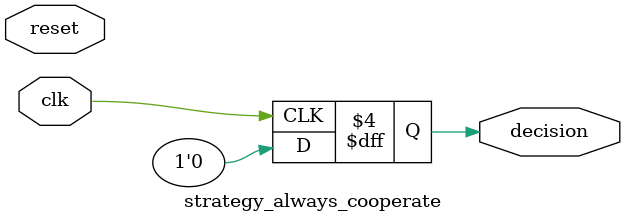
<source format=v>
module strategy_always_cooperate(
    input clk,
    input reset,
    output reg decision
);

    // Always cooperate strategy - the "nice guy"
    always @(posedge clk) begin
        if (reset) begin
            decision <= 1'b0;  // Cooperate
        end
        else begin
            decision <= 1'b0;  // Always cooperate
        end
    end

endmodule


</source>
